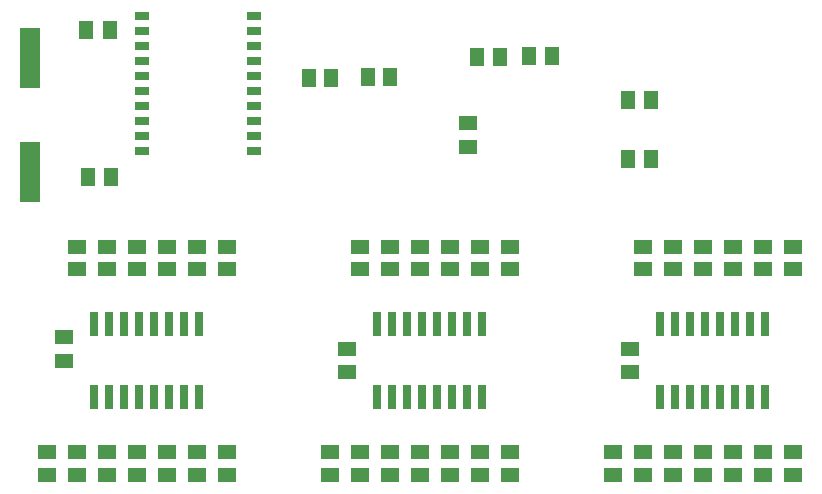
<source format=gbr>
G04 EAGLE Gerber RS-274X export*
G75*
%MOMM*%
%FSLAX34Y34*%
%LPD*%
%INSolderpaste Top*%
%IPPOS*%
%AMOC8*
5,1,8,0,0,1.08239X$1,22.5*%
G01*
%ADD10R,1.600000X1.300000*%
%ADD11R,1.300000X1.600000*%
%ADD12R,0.660400X2.032000*%
%ADD13R,1.778000X5.080000*%
%ADD14R,1.143000X0.762000*%


D10*
X307500Y179000D03*
X307500Y159000D03*
X546900Y179000D03*
X546900Y159000D03*
D11*
X461200Y426600D03*
X481200Y426600D03*
X437300Y426300D03*
X417300Y426300D03*
D10*
X68100Y189000D03*
X68100Y169000D03*
D12*
X332750Y138266D03*
X332750Y199734D03*
X345450Y138266D03*
X358150Y138266D03*
X345450Y199734D03*
X358150Y199734D03*
X370850Y138266D03*
X370850Y199734D03*
X383550Y138266D03*
X383550Y199734D03*
X396250Y138266D03*
X408950Y138266D03*
X396250Y199734D03*
X408950Y199734D03*
X421650Y138266D03*
X421650Y199734D03*
X93350Y138266D03*
X93350Y199734D03*
X106050Y138266D03*
X118750Y138266D03*
X106050Y199734D03*
X118750Y199734D03*
X131450Y138266D03*
X131450Y199734D03*
X144150Y138266D03*
X144150Y199734D03*
X156850Y138266D03*
X169550Y138266D03*
X156850Y199734D03*
X169550Y199734D03*
X182250Y138266D03*
X182250Y199734D03*
X572150Y138266D03*
X572150Y199734D03*
X584850Y138266D03*
X597550Y138266D03*
X584850Y199734D03*
X597550Y199734D03*
X610250Y138266D03*
X610250Y199734D03*
X622950Y138266D03*
X622950Y199734D03*
X635650Y138266D03*
X648350Y138266D03*
X635650Y199734D03*
X648350Y199734D03*
X661050Y138266D03*
X661050Y199734D03*
D10*
X79300Y246500D03*
X79300Y265500D03*
X104700Y265500D03*
X104700Y246500D03*
X206300Y265500D03*
X206300Y246500D03*
X180900Y265500D03*
X180900Y246500D03*
X155500Y265500D03*
X155500Y246500D03*
X318700Y246500D03*
X318700Y265500D03*
X293300Y91500D03*
X293300Y72500D03*
X318700Y91500D03*
X318700Y72500D03*
X344100Y91500D03*
X344100Y72500D03*
X369500Y91500D03*
X369500Y72500D03*
X394900Y91500D03*
X394900Y72500D03*
X53900Y91500D03*
X53900Y72500D03*
X420300Y91500D03*
X420300Y72500D03*
X445700Y91500D03*
X445700Y72500D03*
X369500Y265500D03*
X369500Y246500D03*
X344100Y265500D03*
X344100Y246500D03*
X445700Y265500D03*
X445700Y246500D03*
X420300Y265500D03*
X420300Y246500D03*
X394900Y265500D03*
X394900Y246500D03*
X558100Y246500D03*
X558100Y265500D03*
X532700Y91500D03*
X532700Y72500D03*
X558100Y91500D03*
X558100Y72500D03*
X79300Y91500D03*
X79300Y72500D03*
X583500Y91500D03*
X583500Y72500D03*
X608900Y91500D03*
X608900Y72500D03*
X634300Y91500D03*
X634300Y72500D03*
X659700Y91500D03*
X659700Y72500D03*
X685100Y91500D03*
X685100Y72500D03*
X608900Y265500D03*
X608900Y246500D03*
X583500Y265500D03*
X583500Y246500D03*
X685100Y265500D03*
X685100Y246500D03*
X659700Y265500D03*
X659700Y246500D03*
X634300Y265500D03*
X634300Y246500D03*
X104700Y91500D03*
X104700Y72500D03*
D11*
X294300Y408400D03*
X275300Y408400D03*
X344300Y408800D03*
X325300Y408800D03*
D10*
X130100Y91500D03*
X130100Y72500D03*
X155500Y91500D03*
X155500Y72500D03*
X180900Y91500D03*
X180900Y72500D03*
X206300Y91500D03*
X206300Y72500D03*
X130100Y265500D03*
X130100Y246500D03*
D13*
X39200Y424760D03*
X39200Y328240D03*
D11*
X106900Y449300D03*
X86900Y449300D03*
X88100Y324500D03*
X108100Y324500D03*
D14*
X133692Y460800D03*
X133692Y448100D03*
X133692Y435400D03*
X133692Y422700D03*
X133692Y410000D03*
X133692Y397300D03*
X133692Y384600D03*
X133692Y371900D03*
X133692Y359200D03*
X133692Y346500D03*
X228942Y359200D03*
X228688Y346500D03*
X228942Y371900D03*
X228942Y384600D03*
X228942Y397300D03*
X228942Y410000D03*
X228942Y422700D03*
X228942Y435400D03*
X228942Y448100D03*
X228942Y460800D03*
D10*
X410000Y370000D03*
X410000Y350000D03*
D11*
X564500Y340000D03*
X545500Y340000D03*
X564500Y390000D03*
X545500Y390000D03*
M02*

</source>
